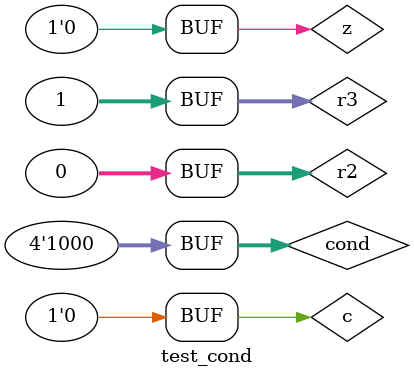
<source format=v>
module test_cond;
reg n, z, c, v;
reg [31:0] r2, r3;
reg [3:0] cond;
wire t;

initial
begin

cond = 4'b0000;
#10 cond = 4'b1001;

#10 cond = 4'b0001; r2 = 32'b1; r3 = 32'b1;
#10 cond = 4'b0100; r2 = 32'b1; r3 = 32'b1;
#10 cond = 4'b0101; r2 = 32'b1; r3 = 32'b1;


#10 cond = 4'b0001; r2 = 32'b1; r3 = 32'b0;
#10 cond = 4'b0100; r2 = 32'b1; r3 = 32'b0;
#10 cond = 4'b0101; r2 = 32'b1; r3 = 32'b0;

#10 cond = 4'b0010; r2 = 32'b1; r3 = 32'b1;
#10 cond = 4'b0011; r2 = 32'b1; r3 = 32'b1;

#10 cond = 4'b0010; r2 = 32'b1; r3 = 32'b0;
#10 cond = 4'b0011; r2 = 32'b0; r3 = 32'b1;

#10 cond = 4'b0110; c=1; z = 0;
#10 cond = 4'b0111; c=0;
#10 cond = 4'b1000; c=1;

#10 cond = 4'b0110; c=0; z = 0;
#10 cond = 4'b0111; c=1;
#10 cond = 4'b1000; c=0;

end

initial
begin

$monitor($time, "n = %b, z = %b, c = %b, v = %b, r2 = %b, r3 = %b, cond = %b, t = %b",n, z, c, v, r2, r3, cond, t);

end

cond cond1(n, z, c, v, r2, r3, cond, t);

endmodule

</source>
